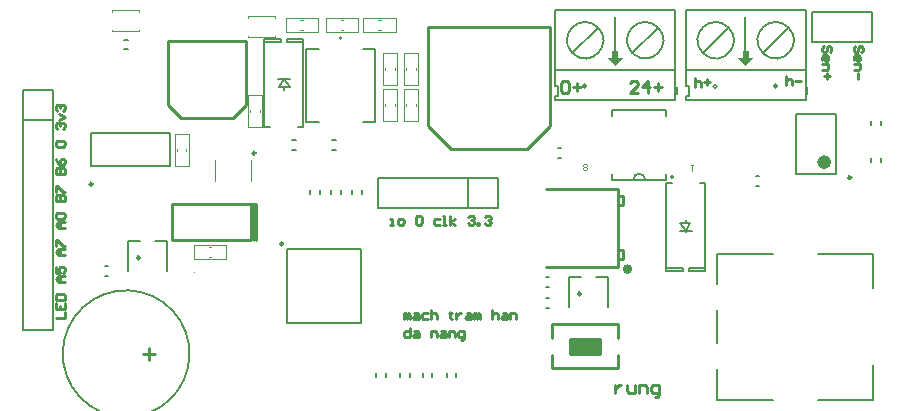
<source format=gto>
G04*
G04 #@! TF.GenerationSoftware,Altium Limited,Altium Designer,21.3.2 (30)*
G04*
G04 Layer_Color=65535*
%FSTAX24Y24*%
%MOIN*%
G70*
G04*
G04 #@! TF.SameCoordinates,A4DC8701-BC22-4BCE-B91D-7DEF39426184*
G04*
G04*
G04 #@! TF.FilePolarity,Positive*
G04*
G01*
G75*
%ADD10C,0.0098*%
%ADD11C,0.0079*%
%ADD12C,0.0050*%
%ADD13C,0.0070*%
%ADD14C,0.0157*%
%ADD15C,0.0039*%
%ADD16C,0.0236*%
%ADD17C,0.0080*%
%ADD18C,0.0100*%
%ADD19C,0.0040*%
%ADD20R,0.1000X0.0500*%
G36*
X0495Y01455D02*
X04975Y0148D01*
X0496D01*
Y01505D01*
X0494D01*
Y0148D01*
X04925D01*
X0495Y01455D01*
D02*
G37*
G36*
X05385D02*
X0541Y0148D01*
X05395D01*
Y01505D01*
X05375D01*
Y0148D01*
X0536D01*
X05385Y01455D01*
D02*
G37*
D10*
X038432Y008617D02*
G03*
X038432Y008617I-000049J0D01*
G01*
X037508Y011641D02*
G03*
X037508Y011641I-000049J0D01*
G01*
X03208Y010608D02*
G03*
X03208Y010608I-000049J0D01*
G01*
X04835Y00695D02*
G03*
X04835Y00695I-000049J0D01*
G01*
X057361Y010826D02*
G03*
X057361Y010826I-000049J0D01*
G01*
X03365Y00815D02*
G03*
X03365Y00815I-000049J0D01*
G01*
D11*
X040389Y015475D02*
G03*
X040389Y015475I-000039J0D01*
G01*
X0416Y0098D02*
Y0108D01*
X0456D01*
X0416Y0098D02*
X0456D01*
Y0108D01*
X0446Y0098D02*
Y0108D01*
X03856Y00844D02*
X04104D01*
Y00596D02*
Y00844D01*
X03856Y00596D02*
X04104D01*
X03856D02*
Y00844D01*
X0378Y0125D02*
Y015426D01*
Y0125D02*
X037987D01*
X0378Y015426D02*
X03835D01*
X038913Y0125D02*
X0391D01*
X03835Y01535D02*
Y015426D01*
X0378Y01535D02*
X03835D01*
X03855D02*
X0391D01*
X03855D02*
Y015426D01*
X0391Y0125D02*
Y015426D01*
X03855D02*
X0391D01*
X038253Y014107D02*
X038647D01*
X038293Y013832D02*
X03845Y014107D01*
X038647Y013832D01*
X038293D02*
X038647D01*
X03845Y014107D02*
Y014147D01*
Y013753D02*
Y013832D01*
X032031Y011199D02*
X034669D01*
X032031Y012301D02*
X034669D01*
X032031Y011199D02*
Y012301D01*
X034669Y011199D02*
Y012301D01*
X0525Y007724D02*
Y01065D01*
X052313D02*
X0525D01*
X05195Y007724D02*
X0525D01*
X0512Y01065D02*
X051387D01*
X05195Y007724D02*
Y0078D01*
X0525D01*
X0512D02*
X05175D01*
Y007724D02*
Y0078D01*
X0512Y007724D02*
Y01065D01*
Y007724D02*
X05175D01*
X051653Y009043D02*
X052047D01*
X05185D02*
X052007Y009318D01*
X051653D02*
X05185Y009043D01*
X051653Y009318D02*
X052007D01*
X05185Y009003D02*
Y009043D01*
Y009318D02*
Y009397D01*
X05605Y01635D02*
X05805D01*
X05605Y01535D02*
Y01635D01*
Y01535D02*
X05805D01*
Y01635D01*
X03075Y00575D02*
Y01375D01*
X02975D02*
X03075D01*
X02975Y00575D02*
Y01375D01*
Y00575D02*
X03075D01*
X02975Y01275D02*
X03075D01*
X058098Y003409D02*
Y00457D01*
Y00713D02*
Y008291D01*
X056248Y003409D02*
X058098D01*
X052902D02*
X054752D01*
X052902D02*
Y004433D01*
Y005299D02*
Y006401D01*
Y007267D02*
Y008291D01*
X054752D01*
X056248D02*
X058098D01*
X056859Y010946D02*
Y012954D01*
X055541Y010946D02*
Y012954D01*
Y010946D02*
X056859D01*
X055541Y012954D02*
X056859D01*
D12*
X051439Y010833D02*
G03*
X051439Y010833I-000049J0D01*
G01*
X0505Y010753D02*
G03*
X0501Y010753I-0002J0D01*
G01*
X05419Y01086D02*
X05431D01*
X05419Y01054D02*
X05431D01*
X041084Y01512D02*
X041492D01*
Y01268D02*
Y01512D01*
X041084Y01268D02*
X041492D01*
X039208Y01512D02*
X039616D01*
X039208Y01268D02*
Y01512D01*
Y01268D02*
X039616D01*
X0494Y010753D02*
X0512Y010753D01*
X0494Y013073D02*
X0512D01*
X0512Y012883D01*
X0512Y010933D02*
X0512Y010753D01*
X0494Y012873D02*
X0494Y013073D01*
Y010753D02*
Y010933D01*
X04719Y00681D02*
X04731D01*
X04719Y00649D02*
X04731D01*
X040076Y01206D02*
X040196D01*
X040076Y01174D02*
X040196D01*
X03966Y01029D02*
Y01041D01*
X03934Y01029D02*
Y01041D01*
X04036Y01029D02*
Y01041D01*
X04004Y01029D02*
Y01041D01*
X04106Y01029D02*
Y01041D01*
X04074Y01029D02*
Y01041D01*
X04154Y00419D02*
Y00431D01*
X04186Y00419D02*
Y00431D01*
X033126Y015413D02*
X033246D01*
X033126Y015093D02*
X033246D01*
X04341Y00419D02*
Y00431D01*
X04309Y00419D02*
Y00431D01*
X04266Y00419D02*
Y00431D01*
X04234Y00419D02*
Y00431D01*
X04759Y01149D02*
X04771D01*
X04759Y01181D02*
X04771D01*
X04421Y00419D02*
Y00431D01*
X04389Y00419D02*
Y00431D01*
X038726Y01174D02*
X038846D01*
X038726Y01206D02*
X038846D01*
X05836Y01134D02*
Y01146D01*
X05804Y01134D02*
Y01146D01*
X05836Y01259D02*
Y01271D01*
X05804Y01259D02*
Y01271D01*
X04719Y00719D02*
X04731D01*
X04719Y00751D02*
X04731D01*
X03249Y00754D02*
X03261D01*
X03249Y00786D02*
X03261D01*
D13*
X052452Y014946D02*
G03*
X052398Y015I000398J000454D01*
G01*
X054914Y01388D02*
G03*
X054914Y01388I-000064J0D01*
G01*
X052894Y01387D02*
G03*
X052894Y01387I-000064J0D01*
G01*
X05446Y014939D02*
G03*
X054398Y015I00039J000461D01*
G01*
X048102Y014946D02*
G03*
X048048Y015I000398J000454D01*
G01*
X050564Y01388D02*
G03*
X050564Y01388I-000064J0D01*
G01*
X048544Y01387D02*
G03*
X048544Y01387I-000064J0D01*
G01*
X05011Y014939D02*
G03*
X050048Y015I00039J000461D01*
G01*
X05185Y0134D02*
Y01355D01*
X05195D01*
X05185Y0134D02*
X05585D01*
X05185Y015D02*
Y01619D01*
Y0164D02*
X05585D01*
X052425Y014975D02*
X05327Y01582D01*
X05383Y01468D02*
Y01619D01*
X05591Y0136D02*
Y01385D01*
X05585Y0134D02*
Y0149D01*
X05195Y01358D02*
Y01389D01*
X05185D02*
X05195D01*
X05185D02*
Y0164D01*
X05585Y0149D02*
Y0164D01*
X05185Y0144D02*
X05585D01*
X05442Y01497D02*
X05527Y01582D01*
X0475Y0134D02*
Y01355D01*
X0476D01*
X0475Y0134D02*
X0515D01*
X0475Y015D02*
Y01619D01*
Y0164D02*
X0515D01*
X048075Y014975D02*
X04892Y01582D01*
X04948Y01468D02*
Y01619D01*
X05156Y0136D02*
Y01385D01*
X0515Y0134D02*
Y0149D01*
X0476Y01358D02*
Y01389D01*
X0475D02*
X0476D01*
X0475D02*
Y0164D01*
X0515Y0149D02*
Y0164D01*
X0475Y0144D02*
X0515D01*
X05007Y01497D02*
X05092Y01582D01*
D14*
X049986Y007772D02*
G03*
X049986Y007772I-000079J0D01*
G01*
D15*
X03547Y007661D02*
G03*
X03547Y007661I-00002J0D01*
G01*
X03615Y010706D02*
Y011394D01*
X03735Y010706D02*
Y011394D01*
D16*
X056584Y01134D02*
G03*
X056584Y01134I-000118J0D01*
G01*
D17*
X031659Y003505D02*
G03*
X031645Y00352I001539J001448D01*
G01*
X04795Y0075D02*
X04835D01*
X04795Y0065D02*
Y0075D01*
X04885D02*
X04925D01*
Y0065D02*
Y0075D01*
X03455Y0077D02*
Y0087D01*
X03415D02*
X03455D01*
X03325Y0077D02*
Y0087D01*
X03365D01*
D18*
X04961Y00447D02*
Y00492D01*
Y00548D02*
Y00593D01*
X04739D02*
X04961D01*
X04739Y00447D02*
X04961D01*
X048Y00495D02*
X049D01*
X048D02*
Y00545D01*
X049D01*
Y00495D02*
Y00545D01*
X04739Y00447D02*
Y00492D01*
Y00548D02*
Y00593D01*
X037199Y013226D02*
Y015391D01*
X036766Y012793D02*
X037199Y013226D01*
X035034Y012793D02*
X036766D01*
X034601Y013226D02*
Y015391D01*
Y013226D02*
X035034Y012793D01*
X034601Y015391D02*
X037199D01*
X043272Y015828D02*
X047328D01*
X043272Y012528D02*
X044028Y011772D01*
X043272Y012528D02*
Y015828D01*
X044028Y011772D02*
X046572D01*
X047328Y012528D01*
Y015828D01*
X03731Y00994D02*
X03754D01*
X03733Y00876D02*
X03754D01*
Y008759D02*
Y009941D01*
X03745Y008759D02*
Y009941D01*
X03736Y008759D02*
Y009941D01*
X03474D02*
X03736D01*
X03474Y008759D02*
Y009941D01*
Y008759D02*
X03736D01*
X047181Y007851D02*
X048925D01*
X047181Y010449D02*
X048925D01*
X049582Y010202D02*
X049767D01*
Y009907D02*
Y010202D01*
X049582Y009907D02*
X049767D01*
X049767Y008107D02*
Y008402D01*
X049582Y008107D02*
X049767D01*
X049582Y008402D02*
X049767D01*
X048925Y010449D02*
X049582D01*
Y007851D02*
Y010449D01*
X048925Y007851D02*
X049582D01*
X04245Y0061D02*
Y0063D01*
X0425D01*
X04255Y00625D01*
Y0061D01*
Y00625D01*
X0426Y0063D01*
X04265Y00625D01*
Y0061D01*
X0428Y0063D02*
X0429D01*
X04295Y00625D01*
Y0061D01*
X0428D01*
X04275Y00615D01*
X0428Y0062D01*
X04295D01*
X04325Y0063D02*
X0431D01*
X04305Y00625D01*
Y00615D01*
X0431Y0061D01*
X04325D01*
X04335Y0064D02*
Y0061D01*
Y00625D01*
X0434Y0063D01*
X0435D01*
X04355Y00625D01*
Y0061D01*
X044Y00635D02*
Y0063D01*
X04395D01*
X044049D01*
X044D01*
Y00615D01*
X044049Y0061D01*
X044199Y0063D02*
Y0061D01*
Y0062D01*
X044249Y00625D01*
X044299Y0063D01*
X044349D01*
X044549D02*
X044649D01*
X044699Y00625D01*
Y0061D01*
X044549D01*
X044499Y00615D01*
X044549Y0062D01*
X044699D01*
X044799Y0061D02*
Y0063D01*
X044849D01*
X044899Y00625D01*
Y0061D01*
Y00625D01*
X044949Y0063D01*
X044999Y00625D01*
Y0061D01*
X045399Y0064D02*
Y0061D01*
Y00625D01*
X045449Y0063D01*
X045549D01*
X045599Y00625D01*
Y0061D01*
X045749Y0063D02*
X045849D01*
X045899Y00625D01*
Y0061D01*
X045749D01*
X045699Y00615D01*
X045749Y0062D01*
X045899D01*
X045999Y0061D02*
Y0063D01*
X046149D01*
X046199Y00625D01*
Y0061D01*
X04265Y0058D02*
Y0055D01*
X0425D01*
X04245Y00555D01*
Y00565D01*
X0425Y0057D01*
X04265D01*
X0428D02*
X0429D01*
X04295Y00565D01*
Y0055D01*
X0428D01*
X04275Y00555D01*
X0428Y0056D01*
X04295D01*
X04335Y0055D02*
Y0057D01*
X0435D01*
X04355Y00565D01*
Y0055D01*
X0437Y0057D02*
X0438D01*
X04385Y00565D01*
Y0055D01*
X0437D01*
X04365Y00555D01*
X0437Y0056D01*
X04385D01*
X04395Y0055D02*
Y0057D01*
X044099D01*
X044149Y00565D01*
Y0055D01*
X044349Y0054D02*
X044399D01*
X044449Y00545D01*
Y0057D01*
X044299D01*
X044249Y00565D01*
Y00555D01*
X044299Y0055D01*
X044449D01*
X0495Y0039D02*
Y003633D01*
Y003767D01*
X049567Y003833D01*
X049633Y0039D01*
X0497D01*
X0499D02*
Y0037D01*
X049967Y003633D01*
X050166D01*
Y0039D01*
X0503Y003633D02*
Y0039D01*
X0505D01*
X050566Y003833D01*
Y003633D01*
X050833Y0035D02*
X0509D01*
X050966Y003567D01*
Y0039D01*
X050766D01*
X0507Y003833D01*
Y0037D01*
X050766Y003633D01*
X050966D01*
X0577Y015D02*
X05775Y01505D01*
Y01515D01*
X0577Y0152D01*
X05765D01*
X0576Y01515D01*
Y01505D01*
X05755Y015D01*
X0575D01*
X05745Y01505D01*
Y01515D01*
X0575Y0152D01*
X05745Y01475D02*
Y01485D01*
X0575Y0149D01*
X0576D01*
X05765Y01485D01*
Y01475D01*
X0576Y0147D01*
X05755D01*
Y0149D01*
X05745Y0146D02*
X05765D01*
Y01445D01*
X0576Y0144D01*
X05745D01*
X0576Y0143D02*
Y0141D01*
X05665Y015D02*
X0567Y01505D01*
Y01515D01*
X05665Y0152D01*
X0566D01*
X05655Y01515D01*
Y01505D01*
X0565Y015D01*
X05645D01*
X0564Y01505D01*
Y01515D01*
X05645Y0152D01*
X0564Y01475D02*
Y01485D01*
X05645Y0149D01*
X05655D01*
X0566Y01485D01*
Y01475D01*
X05655Y0147D01*
X0565D01*
Y0149D01*
X0564Y0146D02*
X0566D01*
Y01445D01*
X05655Y0144D01*
X0564D01*
X05655Y0143D02*
Y0141D01*
X05665Y0142D02*
X05645D01*
X0552Y0142D02*
Y0139D01*
Y01405D01*
X05525Y0141D01*
X05535D01*
X0554Y01405D01*
Y0139D01*
X0555Y01405D02*
X0557D01*
X05215Y01415D02*
Y01385D01*
Y014D01*
X0522Y01405D01*
X0523D01*
X05235Y014D01*
Y01385D01*
X05245Y014D02*
X05265D01*
X05255Y0141D02*
Y0139D01*
X0477Y013983D02*
X047767Y01405D01*
X0479D01*
X047967Y013983D01*
Y013717D01*
X0479Y01365D01*
X047767D01*
X0477Y013717D01*
Y013983D01*
X0481Y01385D02*
X048366D01*
X048233Y013983D02*
Y013717D01*
X050267Y01365D02*
X05D01*
X050267Y013917D01*
Y013983D01*
X0502Y01405D01*
X050067D01*
X05Y013983D01*
X0506Y01365D02*
Y01405D01*
X0504Y01385D01*
X050666D01*
X0508D02*
X051066D01*
X050933Y013983D02*
Y013717D01*
X042Y00925D02*
X0421D01*
X04205D01*
Y00945D01*
X042D01*
X0423Y00925D02*
X0424D01*
X04245Y0093D01*
Y0094D01*
X0424Y00945D01*
X0423D01*
X04225Y0094D01*
Y0093D01*
X0423Y00925D01*
X04285Y0095D02*
X0429Y00955D01*
X043D01*
X04305Y0095D01*
Y0093D01*
X043Y00925D01*
X0429D01*
X04285Y0093D01*
Y0095D01*
X043649Y00945D02*
X0435D01*
X04345Y0094D01*
Y0093D01*
X0435Y00925D01*
X043649D01*
X043749D02*
X043849D01*
X043799D01*
Y00955D01*
X043749D01*
X043999Y00925D02*
Y00955D01*
Y00935D02*
X044149Y00945D01*
X043999Y00935D02*
X044149Y00925D01*
X044599Y0095D02*
X044649Y00955D01*
X044749D01*
X044799Y0095D01*
Y00945D01*
X044749Y0094D01*
X044699D01*
X044749D01*
X044799Y00935D01*
Y0093D01*
X044749Y00925D01*
X044649D01*
X044599Y0093D01*
X044899Y00925D02*
Y0093D01*
X044949D01*
Y00925D01*
X044899D01*
X045149Y0095D02*
X045199Y00955D01*
X045299D01*
X045349Y0095D01*
Y00945D01*
X045299Y0094D01*
X045249D01*
X045299D01*
X045349Y00935D01*
Y0093D01*
X045299Y00925D01*
X045199D01*
X045149Y0093D01*
X03085Y00615D02*
X03115D01*
Y00635D01*
X03085Y00665D02*
Y00645D01*
X03115D01*
Y00665D01*
X031Y00645D02*
Y00655D01*
X03085Y00675D02*
X03115D01*
Y0069D01*
X0311Y00695D01*
X0309D01*
X03085Y0069D01*
Y00675D01*
X03115Y00735D02*
X03095D01*
X03085Y00745D01*
X03095Y00755D01*
X03115D01*
X031D01*
Y00735D01*
X03085Y007849D02*
Y00765D01*
X031D01*
X03095Y007749D01*
Y007799D01*
X031Y007849D01*
X0311D01*
X03115Y007799D01*
Y007699D01*
X0311Y00765D01*
X03115Y008249D02*
X03095D01*
X03085Y008349D01*
X03095Y008449D01*
X03115D01*
X031D01*
Y008249D01*
X03085Y008549D02*
Y008749D01*
X0309D01*
X0311Y008549D01*
X03115D01*
Y009149D02*
X03095D01*
X03085Y009249D01*
X03095Y009349D01*
X03115D01*
X031D01*
Y009149D01*
X0309Y009449D02*
X03085Y009499D01*
Y009599D01*
X0309Y009649D01*
X0311D01*
X03115Y009599D01*
Y009499D01*
X0311Y009449D01*
X0309D01*
X03085Y010049D02*
X03115D01*
Y010199D01*
X0311Y010249D01*
X03105D01*
X031Y010199D01*
Y010049D01*
Y010199D01*
X03095Y010249D01*
X0309D01*
X03085Y010199D01*
Y010049D01*
Y010349D02*
Y010549D01*
X0309D01*
X0311Y010349D01*
X03115D01*
X03085Y010948D02*
X03115D01*
Y011098D01*
X0311Y011148D01*
X03105D01*
X031Y011098D01*
Y010948D01*
Y011098D01*
X03095Y011148D01*
X0309D01*
X03085Y011098D01*
Y010948D01*
Y011448D02*
X0309Y011348D01*
X031Y011248D01*
X0311D01*
X03115Y011298D01*
Y011398D01*
X0311Y011448D01*
X03105D01*
X031Y011398D01*
Y011248D01*
X0309Y011848D02*
X03085Y011898D01*
Y011998D01*
X0309Y012048D01*
X0311D01*
X03115Y011998D01*
Y011898D01*
X0311Y011848D01*
X0309D01*
Y012448D02*
X03085Y012498D01*
Y012598D01*
X0309Y012648D01*
X03095D01*
X031Y012598D01*
Y012548D01*
Y012598D01*
X03105Y012648D01*
X0311D01*
X03115Y012598D01*
Y012498D01*
X0311Y012448D01*
X03095Y012748D02*
X03115Y012848D01*
X03095Y012948D01*
X0309Y013048D02*
X03085Y013098D01*
Y013198D01*
X0309Y013248D01*
X03095D01*
X031Y013198D01*
Y013148D01*
Y013198D01*
X03105Y013248D01*
X0311D01*
X03115Y013198D01*
Y013098D01*
X0311Y013048D01*
X034145Y00493D02*
X033745D01*
X033945Y00473D02*
Y00513D01*
D19*
X03815Y01615D02*
Y0162D01*
X03725D02*
X03815D01*
X03725Y01615D02*
Y0162D01*
X03815Y0155D02*
Y01555D01*
X03725Y0155D02*
X03815D01*
X03725D02*
Y01555D01*
X03901Y01574D02*
X03909D01*
X03901Y01606D02*
X03909D01*
X03852Y01613D02*
X03959D01*
Y01567D02*
Y01613D01*
X03852Y01567D02*
X03959D01*
X03852D02*
Y01613D01*
X04036Y01574D02*
X04044D01*
X04036Y01606D02*
X04044D01*
X03987Y01613D02*
X04094D01*
Y01567D02*
Y01613D01*
X03987Y01567D02*
X04094D01*
X03987D02*
Y01613D01*
X04218Y01567D02*
Y01613D01*
X04111D02*
X04218D01*
X04111Y01567D02*
Y01613D01*
Y01567D02*
X04218D01*
X04161Y01574D02*
X04169D01*
X04161Y01606D02*
X04169D01*
X04177Y01378D02*
X04223D01*
X04177Y01271D02*
Y01378D01*
Y01271D02*
X04223D01*
Y01378D01*
X04216Y01321D02*
Y01329D01*
X04184Y01321D02*
Y01329D01*
X04254Y01321D02*
Y01329D01*
X04286Y01321D02*
Y01329D01*
X04293Y01271D02*
Y01378D01*
X04247Y01271D02*
X04293D01*
X04247D02*
Y01378D01*
X04293D01*
X04177Y01498D02*
X04223D01*
X04177Y01391D02*
Y01498D01*
Y01391D02*
X04223D01*
Y01498D01*
X04216Y01441D02*
Y01449D01*
X04184Y01441D02*
Y01449D01*
X04247Y01498D02*
X04293D01*
X04247Y01391D02*
Y01498D01*
Y01391D02*
X04293D01*
Y01498D01*
X04286Y01441D02*
Y01449D01*
X04254Y01441D02*
Y01449D01*
X03727Y01358D02*
X03773D01*
X03727Y01251D02*
Y01358D01*
Y01251D02*
X03773D01*
Y01358D01*
X03766Y01301D02*
Y01309D01*
X03734Y01301D02*
Y01309D01*
X03482Y01122D02*
X03528D01*
Y01229D01*
X03482D02*
X03528D01*
X03482Y01122D02*
Y01229D01*
X03489Y01171D02*
Y01179D01*
X03521Y01171D02*
Y01179D01*
X03653Y00812D02*
Y00858D01*
X03546D02*
X03653D01*
X03546Y00812D02*
Y00858D01*
Y00812D02*
X03653D01*
X03596Y00819D02*
X03604D01*
X03596Y00851D02*
X03604D01*
X032736Y015703D02*
Y015753D01*
Y015703D02*
X033636D01*
Y015753D01*
X032736Y016353D02*
Y016403D01*
X033636D01*
Y016353D02*
Y016403D01*
X05208Y011243D02*
X052013D01*
X052047D01*
Y011043D01*
X05208Y011076D01*
X04855Y011116D02*
X048517Y011083D01*
X04845D01*
X048417Y011116D01*
Y011149D01*
X04845Y011183D01*
X048417Y011216D01*
Y011249D01*
X04845Y011283D01*
X048517D01*
X04855Y011249D01*
Y011216D01*
X048517Y011183D01*
X04855Y011149D01*
Y011116D01*
X048517Y011183D02*
X04845D01*
D20*
X0485Y0052D02*
D03*
M02*

</source>
